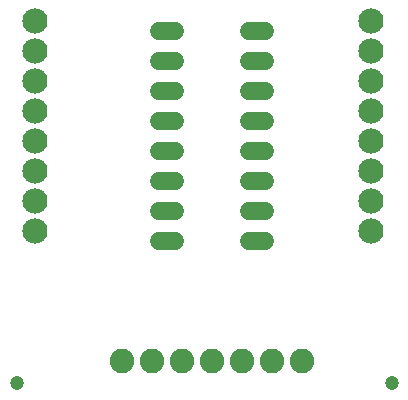
<source format=gbr>
G04 EAGLE Gerber X2 export*
%TF.Part,Single*%
%TF.FileFunction,Soldermask,Top,1*%
%TF.FilePolarity,Negative*%
%TF.GenerationSoftware,Autodesk,EAGLE,8.6.0*%
%TF.CreationDate,2018-02-23T21:09:10Z*%
G75*
%MOMM*%
%FSLAX34Y34*%
%LPD*%
%AMOC8*
5,1,8,0,0,1.08239X$1,22.5*%
G01*
%ADD10C,1.203200*%
%ADD11C,1.524000*%
%ADD12C,2.082800*%
%ADD13C,2.133600*%


D10*
X330200Y19050D03*
X12700Y19050D03*
D11*
X133096Y317500D02*
X146304Y317500D01*
X146304Y292100D02*
X133096Y292100D01*
X133096Y165100D02*
X146304Y165100D01*
X146304Y139700D02*
X133096Y139700D01*
X133096Y266700D02*
X146304Y266700D01*
X146304Y241300D02*
X133096Y241300D01*
X133096Y190500D02*
X146304Y190500D01*
X146304Y215900D02*
X133096Y215900D01*
X209296Y139700D02*
X222504Y139700D01*
X222504Y165100D02*
X209296Y165100D01*
X209296Y190500D02*
X222504Y190500D01*
X222504Y215900D02*
X209296Y215900D01*
X209296Y241300D02*
X222504Y241300D01*
X222504Y266700D02*
X209296Y266700D01*
X209296Y292100D02*
X222504Y292100D01*
X222504Y317500D02*
X209296Y317500D01*
D12*
X101600Y38100D03*
X127000Y38100D03*
X152400Y38100D03*
X177800Y38100D03*
X203200Y38100D03*
X228600Y38100D03*
X254000Y38100D03*
D13*
X312750Y147650D03*
X312750Y173050D03*
X312750Y198450D03*
X312750Y223850D03*
X312750Y249250D03*
X312750Y274650D03*
X312750Y300050D03*
X312750Y325450D03*
X27750Y325450D03*
X27750Y300050D03*
X27750Y274650D03*
X27750Y249250D03*
X27750Y223850D03*
X27750Y198450D03*
X27750Y173050D03*
X27750Y147650D03*
M02*

</source>
